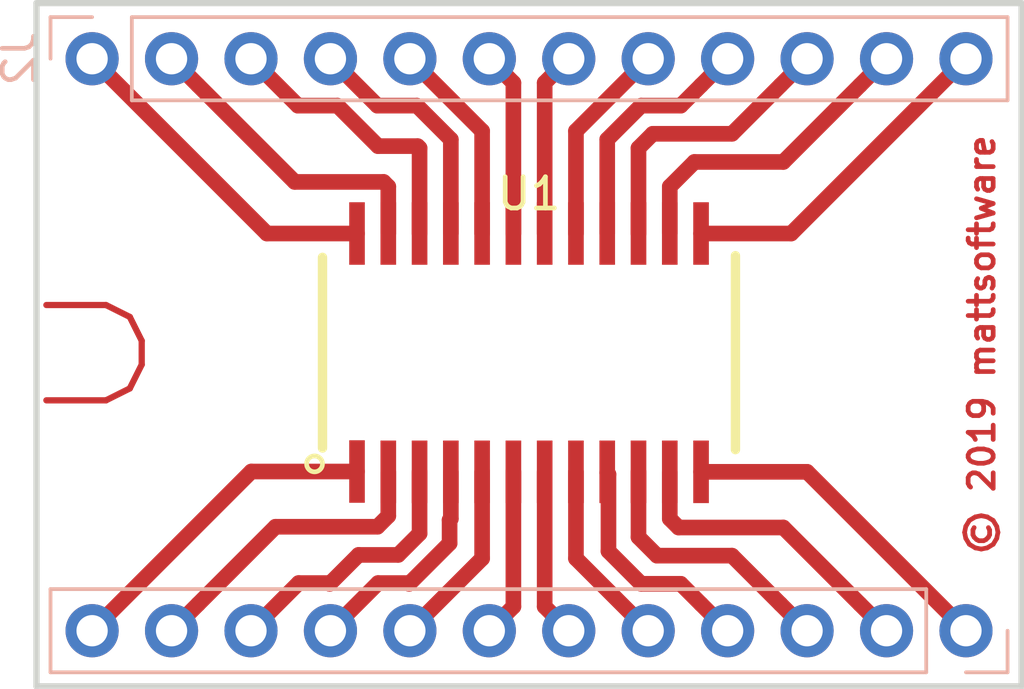
<source format=kicad_pcb>
(kicad_pcb (version 20171130) (host pcbnew "(5.0.1-3-g963ef8bb5)")

  (general
    (thickness 1.6)
    (drawings 6)
    (tracks 90)
    (zones 0)
    (modules 3)
    (nets 25)
  )

  (page A4)
  (title_block
    (title "MBI5024 Adapter")
    (date 2018-12-31)
    (rev v01)
    (company mattsoftware)
    (comment 2 creativecommons.org/licenses/by/4.0/)
    (comment 3 "License: CC BY 4.0")
    (comment 4 "Author: Matt Paine")
  )

  (layers
    (0 F.Cu signal)
    (31 B.Cu signal hide)
    (32 B.Adhes user hide)
    (33 F.Adhes user)
    (34 B.Paste user hide)
    (35 F.Paste user)
    (36 B.SilkS user hide)
    (37 F.SilkS user)
    (38 B.Mask user hide)
    (39 F.Mask user)
    (40 Dwgs.User user hide)
    (41 Cmts.User user hide)
    (42 Eco1.User user hide)
    (43 Eco2.User user hide)
    (44 Edge.Cuts user)
    (45 Margin user hide)
    (46 B.CrtYd user hide)
    (47 F.CrtYd user)
    (48 B.Fab user hide)
    (49 F.Fab user hide)
  )

  (setup
    (last_trace_width 0.5)
    (trace_clearance 0.4)
    (zone_clearance 0.508)
    (zone_45_only no)
    (trace_min 0.2)
    (segment_width 0.2)
    (edge_width 0.2)
    (via_size 0.8)
    (via_drill 0.4)
    (via_min_size 0.4)
    (via_min_drill 0.3)
    (uvia_size 0.3)
    (uvia_drill 0.1)
    (uvias_allowed no)
    (uvia_min_size 0.2)
    (uvia_min_drill 0.1)
    (pcb_text_width 0.3)
    (pcb_text_size 1.5 1.5)
    (mod_edge_width 0.15)
    (mod_text_size 1 1)
    (mod_text_width 0.15)
    (pad_size 1.7 1.7)
    (pad_drill 1)
    (pad_to_mask_clearance 0.051)
    (solder_mask_min_width 0.25)
    (aux_axis_origin 0 0)
    (visible_elements FFFFFF7F)
    (pcbplotparams
      (layerselection 0x010fc_ffffffff)
      (usegerberextensions false)
      (usegerberattributes false)
      (usegerberadvancedattributes false)
      (creategerberjobfile false)
      (excludeedgelayer true)
      (linewidth 0.100000)
      (plotframeref false)
      (viasonmask false)
      (mode 1)
      (useauxorigin false)
      (hpglpennumber 1)
      (hpglpenspeed 20)
      (hpglpendiameter 15.000000)
      (psnegative false)
      (psa4output false)
      (plotreference true)
      (plotvalue true)
      (plotinvisibletext false)
      (padsonsilk false)
      (subtractmaskfromsilk false)
      (outputformat 1)
      (mirror false)
      (drillshape 1)
      (scaleselection 1)
      (outputdirectory "Exports/"))
  )

  (net 0 "")
  (net 1 "Net-(J1-Pad1)")
  (net 2 "Net-(J1-Pad2)")
  (net 3 "Net-(J1-Pad3)")
  (net 4 "Net-(J1-Pad4)")
  (net 5 "Net-(J1-Pad5)")
  (net 6 "Net-(J1-Pad6)")
  (net 7 "Net-(J1-Pad7)")
  (net 8 "Net-(J1-Pad8)")
  (net 9 "Net-(J1-Pad9)")
  (net 10 "Net-(J1-Pad10)")
  (net 11 "Net-(J1-Pad11)")
  (net 12 "Net-(J1-Pad12)")
  (net 13 "Net-(J2-Pad12)")
  (net 14 "Net-(J2-Pad11)")
  (net 15 "Net-(J2-Pad10)")
  (net 16 "Net-(J2-Pad9)")
  (net 17 "Net-(J2-Pad8)")
  (net 18 "Net-(J2-Pad7)")
  (net 19 "Net-(J2-Pad6)")
  (net 20 "Net-(J2-Pad5)")
  (net 21 "Net-(J2-Pad4)")
  (net 22 "Net-(J2-Pad3)")
  (net 23 "Net-(J2-Pad2)")
  (net 24 "Net-(J2-Pad1)")

  (net_class Default "This is the default net class."
    (clearance 0.4)
    (trace_width 0.5)
    (via_dia 0.8)
    (via_drill 0.4)
    (uvia_dia 0.3)
    (uvia_drill 0.1)
    (add_net "Net-(J1-Pad1)")
    (add_net "Net-(J1-Pad10)")
    (add_net "Net-(J1-Pad11)")
    (add_net "Net-(J1-Pad12)")
    (add_net "Net-(J1-Pad2)")
    (add_net "Net-(J1-Pad3)")
    (add_net "Net-(J1-Pad4)")
    (add_net "Net-(J1-Pad5)")
    (add_net "Net-(J1-Pad6)")
    (add_net "Net-(J1-Pad7)")
    (add_net "Net-(J1-Pad8)")
    (add_net "Net-(J1-Pad9)")
    (add_net "Net-(J2-Pad1)")
    (add_net "Net-(J2-Pad10)")
    (add_net "Net-(J2-Pad11)")
    (add_net "Net-(J2-Pad12)")
    (add_net "Net-(J2-Pad2)")
    (add_net "Net-(J2-Pad3)")
    (add_net "Net-(J2-Pad4)")
    (add_net "Net-(J2-Pad5)")
    (add_net "Net-(J2-Pad6)")
    (add_net "Net-(J2-Pad7)")
    (add_net "Net-(J2-Pad8)")
    (add_net "Net-(J2-Pad9)")
  )

  (module Connector_PinHeader_2.54mm:PinHeader_1x12_P2.54mm_Vertical (layer B.Cu) (tedit 5C29C928) (tstamp 5C3FD58E)
    (at 151.13 101.6 90)
    (descr "Through hole straight pin header, 1x12, 2.54mm pitch, single row")
    (tags "Through hole pin header THT 1x12 2.54mm single row")
    (path /5C29369A)
    (fp_text reference J1 (at 0 2.33 90) (layer B.SilkS)
      (effects (font (size 1 1) (thickness 0.15)) (justify mirror))
    )
    (fp_text value Conn_01x12 (at 0 -30.27 90) (layer B.Fab)
      (effects (font (size 1 1) (thickness 0.15)) (justify mirror))
    )
    (fp_line (start -0.635 1.27) (end 1.27 1.27) (layer B.Fab) (width 0.1))
    (fp_line (start 1.27 1.27) (end 1.27 -29.21) (layer B.Fab) (width 0.1))
    (fp_line (start 1.27 -29.21) (end -1.27 -29.21) (layer B.Fab) (width 0.1))
    (fp_line (start -1.27 -29.21) (end -1.27 0.635) (layer B.Fab) (width 0.1))
    (fp_line (start -1.27 0.635) (end -0.635 1.27) (layer B.Fab) (width 0.1))
    (fp_line (start -1.33 -29.27) (end 1.33 -29.27) (layer B.SilkS) (width 0.12))
    (fp_line (start -1.33 -1.27) (end -1.33 -29.27) (layer B.SilkS) (width 0.12))
    (fp_line (start 1.33 -1.27) (end 1.33 -29.27) (layer B.SilkS) (width 0.12))
    (fp_line (start -1.33 -1.27) (end 1.33 -1.27) (layer B.SilkS) (width 0.12))
    (fp_line (start -1.33 0) (end -1.33 1.33) (layer B.SilkS) (width 0.12))
    (fp_line (start -1.33 1.33) (end 0 1.33) (layer B.SilkS) (width 0.12))
    (fp_line (start -1.8 1.8) (end -1.8 -29.75) (layer B.CrtYd) (width 0.05))
    (fp_line (start -1.8 -29.75) (end 1.8 -29.75) (layer B.CrtYd) (width 0.05))
    (fp_line (start 1.8 -29.75) (end 1.8 1.8) (layer B.CrtYd) (width 0.05))
    (fp_line (start 1.8 1.8) (end -1.8 1.8) (layer B.CrtYd) (width 0.05))
    (fp_text user %R (at 0 -13.97) (layer B.Fab)
      (effects (font (size 1 1) (thickness 0.15)) (justify mirror))
    )
    (pad 1 thru_hole circle (at 0 0 90) (size 1.7 1.7) (drill 1) (layers *.Cu *.Mask)
      (net 1 "Net-(J1-Pad1)"))
    (pad 2 thru_hole oval (at 0 -2.54 90) (size 1.7 1.7) (drill 1) (layers *.Cu *.Mask)
      (net 2 "Net-(J1-Pad2)"))
    (pad 3 thru_hole oval (at 0 -5.08 90) (size 1.7 1.7) (drill 1) (layers *.Cu *.Mask)
      (net 3 "Net-(J1-Pad3)"))
    (pad 4 thru_hole oval (at 0 -7.62 90) (size 1.7 1.7) (drill 1) (layers *.Cu *.Mask)
      (net 4 "Net-(J1-Pad4)"))
    (pad 5 thru_hole oval (at 0 -10.16 90) (size 1.7 1.7) (drill 1) (layers *.Cu *.Mask)
      (net 5 "Net-(J1-Pad5)"))
    (pad 6 thru_hole oval (at 0 -12.7 90) (size 1.7 1.7) (drill 1) (layers *.Cu *.Mask)
      (net 6 "Net-(J1-Pad6)"))
    (pad 7 thru_hole oval (at 0 -15.24 90) (size 1.7 1.7) (drill 1) (layers *.Cu *.Mask)
      (net 7 "Net-(J1-Pad7)"))
    (pad 8 thru_hole oval (at 0 -17.78 90) (size 1.7 1.7) (drill 1) (layers *.Cu *.Mask)
      (net 8 "Net-(J1-Pad8)"))
    (pad 9 thru_hole oval (at 0 -20.32 90) (size 1.7 1.7) (drill 1) (layers *.Cu *.Mask)
      (net 9 "Net-(J1-Pad9)"))
    (pad 10 thru_hole oval (at 0 -22.86 90) (size 1.7 1.7) (drill 1) (layers *.Cu *.Mask)
      (net 10 "Net-(J1-Pad10)"))
    (pad 11 thru_hole oval (at 0 -25.4 90) (size 1.7 1.7) (drill 1) (layers *.Cu *.Mask)
      (net 11 "Net-(J1-Pad11)"))
    (pad 12 thru_hole oval (at 0 -27.94 90) (size 1.7 1.7) (drill 1) (layers *.Cu *.Mask)
      (net 12 "Net-(J1-Pad12)"))
    (model ${KISYS3DMOD}/Connector_PinHeader_2.54mm.3dshapes/PinHeader_1x12_P2.54mm_Vertical.wrl
      (at (xyz 0 0 0))
      (scale (xyz 1 1 1))
      (rotate (xyz 0 0 0))
    )
  )

  (module Connector_PinHeader_2.54mm:PinHeader_1x12_P2.54mm_Vertical (layer B.Cu) (tedit 5C29C938) (tstamp 5C3FD5AD)
    (at 123.19 83.312 270)
    (descr "Through hole straight pin header, 1x12, 2.54mm pitch, single row")
    (tags "Through hole pin header THT 1x12 2.54mm single row")
    (path /5C2936F4)
    (fp_text reference J2 (at 0 2.33 270) (layer B.SilkS)
      (effects (font (size 1 1) (thickness 0.15)) (justify mirror))
    )
    (fp_text value Conn_01x12 (at 0 -30.27 270) (layer B.Fab)
      (effects (font (size 1 1) (thickness 0.15)) (justify mirror))
    )
    (fp_text user %R (at 0 -13.97 180) (layer B.Fab)
      (effects (font (size 1 1) (thickness 0.15)) (justify mirror))
    )
    (fp_line (start 1.8 1.8) (end -1.8 1.8) (layer B.CrtYd) (width 0.05))
    (fp_line (start 1.8 -29.75) (end 1.8 1.8) (layer B.CrtYd) (width 0.05))
    (fp_line (start -1.8 -29.75) (end 1.8 -29.75) (layer B.CrtYd) (width 0.05))
    (fp_line (start -1.8 1.8) (end -1.8 -29.75) (layer B.CrtYd) (width 0.05))
    (fp_line (start -1.33 1.33) (end 0 1.33) (layer B.SilkS) (width 0.12))
    (fp_line (start -1.33 0) (end -1.33 1.33) (layer B.SilkS) (width 0.12))
    (fp_line (start -1.33 -1.27) (end 1.33 -1.27) (layer B.SilkS) (width 0.12))
    (fp_line (start 1.33 -1.27) (end 1.33 -29.27) (layer B.SilkS) (width 0.12))
    (fp_line (start -1.33 -1.27) (end -1.33 -29.27) (layer B.SilkS) (width 0.12))
    (fp_line (start -1.33 -29.27) (end 1.33 -29.27) (layer B.SilkS) (width 0.12))
    (fp_line (start -1.27 0.635) (end -0.635 1.27) (layer B.Fab) (width 0.1))
    (fp_line (start -1.27 -29.21) (end -1.27 0.635) (layer B.Fab) (width 0.1))
    (fp_line (start 1.27 -29.21) (end -1.27 -29.21) (layer B.Fab) (width 0.1))
    (fp_line (start 1.27 1.27) (end 1.27 -29.21) (layer B.Fab) (width 0.1))
    (fp_line (start -0.635 1.27) (end 1.27 1.27) (layer B.Fab) (width 0.1))
    (pad 12 thru_hole oval (at 0 -27.94 270) (size 1.7 1.7) (drill 1) (layers *.Cu *.Mask)
      (net 13 "Net-(J2-Pad12)"))
    (pad 11 thru_hole oval (at 0 -25.4 270) (size 1.7 1.7) (drill 1) (layers *.Cu *.Mask)
      (net 14 "Net-(J2-Pad11)"))
    (pad 10 thru_hole oval (at 0 -22.86 270) (size 1.7 1.7) (drill 1) (layers *.Cu *.Mask)
      (net 15 "Net-(J2-Pad10)"))
    (pad 9 thru_hole oval (at 0 -20.32 270) (size 1.7 1.7) (drill 1) (layers *.Cu *.Mask)
      (net 16 "Net-(J2-Pad9)"))
    (pad 8 thru_hole oval (at 0 -17.78 270) (size 1.7 1.7) (drill 1) (layers *.Cu *.Mask)
      (net 17 "Net-(J2-Pad8)"))
    (pad 7 thru_hole oval (at 0 -15.24 270) (size 1.7 1.7) (drill 1) (layers *.Cu *.Mask)
      (net 18 "Net-(J2-Pad7)"))
    (pad 6 thru_hole oval (at 0 -12.7 270) (size 1.7 1.7) (drill 1) (layers *.Cu *.Mask)
      (net 19 "Net-(J2-Pad6)"))
    (pad 5 thru_hole oval (at 0 -10.16 270) (size 1.7 1.7) (drill 1) (layers *.Cu *.Mask)
      (net 20 "Net-(J2-Pad5)"))
    (pad 4 thru_hole oval (at 0 -7.62 270) (size 1.7 1.7) (drill 1) (layers *.Cu *.Mask)
      (net 21 "Net-(J2-Pad4)"))
    (pad 3 thru_hole oval (at 0 -5.08 270) (size 1.7 1.7) (drill 1) (layers *.Cu *.Mask)
      (net 22 "Net-(J2-Pad3)"))
    (pad 2 thru_hole oval (at 0 -2.54 270) (size 1.7 1.7) (drill 1) (layers *.Cu *.Mask)
      (net 23 "Net-(J2-Pad2)"))
    (pad 1 thru_hole circle (at 0 0 270) (size 1.7 1.7) (drill 1) (layers *.Cu *.Mask)
      (net 24 "Net-(J2-Pad1)"))
    (model ${KISYS3DMOD}/Connector_PinHeader_2.54mm.3dshapes/PinHeader_1x12_P2.54mm_Vertical.wrl
      (at (xyz 0 0 0))
      (scale (xyz 1 1 1))
      (rotate (xyz 0 0 0))
    )
  )

  (module MBI5024_Footprint_Library:SSOP-24-1mm (layer F.Cu) (tedit 5C2AC058) (tstamp 5C2AC389)
    (at 137.16 92.71)
    (path /5C293359)
    (fp_text reference U1 (at 0 -5.08) (layer F.SilkS)
      (effects (font (size 1 1) (thickness 0.15)))
    )
    (fp_text value MBI5024 (at 0.254 5.334) (layer F.Fab)
      (effects (font (size 1 1) (thickness 0.15)))
    )
    (fp_line (start 6.6 3.1) (end 6.6 -3.1) (layer F.Fab) (width 0.15))
    (fp_line (start -6.6 3.1) (end -6.6 -3.1) (layer F.Fab) (width 0.15))
    (fp_line (start -6.6 -3.1) (end 6.6 -3.1) (layer F.Fab) (width 0.15))
    (fp_line (start -6.6 3.1) (end 6.6 3.1) (layer F.Fab) (width 0.15))
    (fp_circle (center -5.588 2.032) (end -5.08 2.032) (layer F.Fab) (width 0.15))
    (fp_line (start -6.604 3.048) (end -6.604 -3.048) (layer F.SilkS) (width 0.3))
    (fp_line (start 6.6 3.1) (end 6.6 -3.1) (layer F.SilkS) (width 0.3))
    (fp_circle (center -6.858 3.556) (end -6.858 3.302) (layer F.SilkS) (width 0.15))
    (pad 1 smd rect (at -5.5 3.8) (size 0.5 2) (layers F.Cu F.Paste F.Mask)
      (net 12 "Net-(J1-Pad12)"))
    (pad 2 smd rect (at -4.5 3.81) (size 0.5 2) (layers F.Cu F.Paste F.Mask)
      (net 11 "Net-(J1-Pad11)"))
    (pad 3 smd rect (at -3.5 3.81) (size 0.5 2) (layers F.Cu F.Paste F.Mask)
      (net 10 "Net-(J1-Pad10)"))
    (pad 4 smd rect (at -2.5 3.81) (size 0.5 2) (layers F.Cu F.Paste F.Mask)
      (net 9 "Net-(J1-Pad9)"))
    (pad 5 smd rect (at -1.5 3.81) (size 0.5 2) (layers F.Cu F.Paste F.Mask)
      (net 8 "Net-(J1-Pad8)"))
    (pad 6 smd rect (at -0.5 3.81) (size 0.5 2) (layers F.Cu F.Paste F.Mask)
      (net 7 "Net-(J1-Pad7)"))
    (pad 7 smd rect (at 0.5 3.81) (size 0.5 2) (layers F.Cu F.Paste F.Mask)
      (net 6 "Net-(J1-Pad6)"))
    (pad 8 smd rect (at 1.5 3.81) (size 0.5 2) (layers F.Cu F.Paste F.Mask)
      (net 5 "Net-(J1-Pad5)"))
    (pad 9 smd rect (at 2.5 3.81) (size 0.5 2) (layers F.Cu F.Paste F.Mask)
      (net 4 "Net-(J1-Pad4)"))
    (pad 10 smd rect (at 3.5 3.81) (size 0.5 2) (layers F.Cu F.Paste F.Mask)
      (net 3 "Net-(J1-Pad3)"))
    (pad 11 smd rect (at 4.5 3.81) (size 0.5 2) (layers F.Cu F.Paste F.Mask)
      (net 2 "Net-(J1-Pad2)"))
    (pad 12 smd rect (at 5.5 3.81) (size 0.5 2) (layers F.Cu F.Paste F.Mask)
      (net 1 "Net-(J1-Pad1)"))
    (pad 13 smd rect (at 5.5 -3.81) (size 0.5 2) (layers F.Cu F.Paste F.Mask)
      (net 13 "Net-(J2-Pad12)"))
    (pad 14 smd rect (at 4.5 -3.81) (size 0.5 2) (layers F.Cu F.Paste F.Mask)
      (net 14 "Net-(J2-Pad11)"))
    (pad 15 smd rect (at 3.5 -3.81) (size 0.5 2) (layers F.Cu F.Paste F.Mask)
      (net 15 "Net-(J2-Pad10)"))
    (pad 16 smd rect (at 2.5 -3.81) (size 0.5 2) (layers F.Cu F.Paste F.Mask)
      (net 16 "Net-(J2-Pad9)"))
    (pad 17 smd rect (at 1.5 -3.81) (size 0.5 2) (layers F.Cu F.Paste F.Mask)
      (net 17 "Net-(J2-Pad8)"))
    (pad 18 smd rect (at 0.5 -3.81) (size 0.5 2) (layers F.Cu F.Paste F.Mask)
      (net 18 "Net-(J2-Pad7)"))
    (pad 19 smd rect (at -0.5 -3.81) (size 0.5 2) (layers F.Cu F.Paste F.Mask)
      (net 19 "Net-(J2-Pad6)"))
    (pad 20 smd rect (at -1.5 -3.81) (size 0.5 2) (layers F.Cu F.Paste F.Mask)
      (net 20 "Net-(J2-Pad5)"))
    (pad 21 smd rect (at -2.5 -3.81) (size 0.5 2) (layers F.Cu F.Paste F.Mask)
      (net 21 "Net-(J2-Pad4)"))
    (pad 22 smd rect (at -3.5 -3.81) (size 0.5 2) (layers F.Cu F.Paste F.Mask)
      (net 22 "Net-(J2-Pad3)"))
    (pad 23 smd rect (at -4.5 -3.81) (size 0.5 2) (layers F.Cu F.Paste F.Mask)
      (net 23 "Net-(J2-Pad2)"))
    (pad 24 smd rect (at -5.5 -3.81) (size 0.5 2) (layers F.Cu F.Paste F.Mask)
      (net 24 "Net-(J2-Pad1)"))
    (model ${KIPRJMOD}/library/3d/MBI5024.wrl
      (at (xyz 0 0 0))
      (scale (xyz 0.3937 0.3937 0.3937))
      (rotate (xyz 0 0 0))
    )
  )

  (gr_text ∪ (at 122.936 92.71 90) (layer F.Cu) (tstamp 5C4C0220)
    (effects (font (size 4 4) (thickness 0.2)))
  )
  (gr_text "© 2019 mattsoftware" (at 151.638 92.456 90) (layer F.Cu)
    (effects (font (size 0.8 0.8) (thickness 0.15)))
  )
  (gr_line (start 121.412 81.534) (end 152.908 81.534) (layer Edge.Cuts) (width 0.2))
  (gr_line (start 121.412 103.378) (end 121.412 81.534) (layer Edge.Cuts) (width 0.2))
  (gr_line (start 152.908 103.378) (end 121.412 103.378) (layer Edge.Cuts) (width 0.2))
  (gr_line (start 152.908 81.534) (end 152.908 103.378) (layer Edge.Cuts) (width 0.2))

  (segment (start 146.05 96.52) (end 151.13 101.6) (width 0.5) (layer F.Cu) (net 1))
  (segment (start 142.66 96.52) (end 146.05 96.52) (width 0.5) (layer F.Cu) (net 1))
  (segment (start 141.939979 98.299979) (end 145.289979 98.299979) (width 0.5) (layer F.Cu) (net 2))
  (segment (start 147.740001 100.750001) (end 148.59 101.6) (width 0.5) (layer F.Cu) (net 2))
  (segment (start 145.289979 98.299979) (end 147.740001 100.750001) (width 0.5) (layer F.Cu) (net 2))
  (segment (start 141.66 98.02) (end 141.939979 98.299979) (width 0.5) (layer F.Cu) (net 2))
  (segment (start 141.66 96.52) (end 141.66 98.02) (width 0.5) (layer F.Cu) (net 2))
  (segment (start 145.200001 100.750001) (end 146.05 101.6) (width 0.5) (layer F.Cu) (net 3))
  (segment (start 141.251989 99.199989) (end 143.649989 99.199989) (width 0.5) (layer F.Cu) (net 3))
  (segment (start 140.66 98.608) (end 141.251989 99.199989) (width 0.5) (layer F.Cu) (net 3))
  (segment (start 143.649989 99.199989) (end 145.200001 100.750001) (width 0.5) (layer F.Cu) (net 3))
  (segment (start 140.66 96.52) (end 140.66 98.608) (width 0.5) (layer F.Cu) (net 3))
  (segment (start 139.7 96.6) (end 139.7 99.057194) (width 0.5) (layer F.Cu) (net 4))
  (segment (start 139.66 96.56) (end 139.7 96.6) (width 0.5) (layer F.Cu) (net 4))
  (segment (start 139.66 96.52) (end 139.66 96.56) (width 0.5) (layer F.Cu) (net 4))
  (segment (start 142.660001 100.750001) (end 143.51 101.6) (width 0.5) (layer F.Cu) (net 4))
  (segment (start 142.009999 100.099999) (end 142.660001 100.750001) (width 0.5) (layer F.Cu) (net 4))
  (segment (start 140.742805 100.099999) (end 142.009999 100.099999) (width 0.5) (layer F.Cu) (net 4))
  (segment (start 139.7 99.057194) (end 140.742805 100.099999) (width 0.5) (layer F.Cu) (net 4))
  (segment (start 138.66 99.29) (end 140.97 101.6) (width 0.5) (layer F.Cu) (net 5))
  (segment (start 138.66 96.52) (end 138.66 99.29) (width 0.5) (layer F.Cu) (net 5))
  (segment (start 137.66 100.83) (end 138.43 101.6) (width 0.5) (layer F.Cu) (net 6))
  (segment (start 137.66 96.52) (end 137.66 100.83) (width 0.5) (layer F.Cu) (net 6))
  (segment (start 136.66 100.83) (end 135.89 101.6) (width 0.5) (layer F.Cu) (net 7))
  (segment (start 136.66 96.52) (end 136.66 100.83) (width 0.5) (layer F.Cu) (net 7))
  (segment (start 135.66 99.29) (end 133.35 101.6) (width 0.5) (layer F.Cu) (net 8))
  (segment (start 135.66 96.52) (end 135.66 99.29) (width 0.5) (layer F.Cu) (net 8))
  (segment (start 134.66 98.02) (end 134.62 98.06) (width 0.5) (layer F.Cu) (net 9))
  (segment (start 134.66 96.52) (end 134.66 98.02) (width 0.5) (layer F.Cu) (net 9))
  (segment (start 134.62 98.06) (end 134.62 98.806) (width 0.5) (layer F.Cu) (net 9))
  (segment (start 134.62 98.806) (end 133.326001 100.099999) (width 0.5) (layer F.Cu) (net 9))
  (segment (start 133.326001 100.099999) (end 133.302002 100.076) (width 0.5) (layer F.Cu) (net 9))
  (segment (start 132.334 100.076) (end 130.81 101.6) (width 0.5) (layer F.Cu) (net 9))
  (segment (start 133.302002 100.076) (end 132.334 100.076) (width 0.5) (layer F.Cu) (net 9))
  (segment (start 133.66 96.52) (end 133.66 98.493194) (width 0.5) (layer F.Cu) (net 10))
  (segment (start 132.977204 99.17599) (end 131.71001 99.17599) (width 0.5) (layer F.Cu) (net 10))
  (segment (start 133.66 98.493194) (end 132.977204 99.17599) (width 0.5) (layer F.Cu) (net 10))
  (segment (start 131.71001 99.17599) (end 130.786001 100.099999) (width 0.5) (layer F.Cu) (net 10))
  (segment (start 130.786001 100.099999) (end 130.762002 100.076) (width 0.5) (layer F.Cu) (net 10))
  (segment (start 129.794 100.076) (end 128.27 101.6) (width 0.5) (layer F.Cu) (net 10))
  (segment (start 130.762002 100.076) (end 129.794 100.076) (width 0.5) (layer F.Cu) (net 10))
  (segment (start 129.05402 98.27598) (end 126.579999 100.750001) (width 0.5) (layer F.Cu) (net 11))
  (segment (start 132.314022 98.27598) (end 129.05402 98.27598) (width 0.5) (layer F.Cu) (net 11))
  (segment (start 132.66 97.930002) (end 132.314022 98.27598) (width 0.5) (layer F.Cu) (net 11))
  (segment (start 126.579999 100.750001) (end 125.73 101.6) (width 0.5) (layer F.Cu) (net 11))
  (segment (start 132.66 96.52) (end 132.66 97.930002) (width 0.5) (layer F.Cu) (net 11))
  (segment (start 128.28 96.51) (end 123.19 101.6) (width 0.5) (layer F.Cu) (net 12))
  (segment (start 131.66 96.51) (end 128.28 96.51) (width 0.5) (layer F.Cu) (net 12))
  (segment (start 145.542 88.9) (end 151.13 83.312) (width 0.5) (layer F.Cu) (net 13))
  (segment (start 142.66 88.9) (end 145.542 88.9) (width 0.5) (layer F.Cu) (net 13))
  (segment (start 145.289981 86.612019) (end 147.740001 84.161999) (width 0.5) (layer F.Cu) (net 14))
  (segment (start 142.447981 86.612019) (end 145.289981 86.612019) (width 0.5) (layer F.Cu) (net 14))
  (segment (start 147.740001 84.161999) (end 148.59 83.312) (width 0.5) (layer F.Cu) (net 14))
  (segment (start 141.66 87.4) (end 142.447981 86.612019) (width 0.5) (layer F.Cu) (net 14))
  (segment (start 141.66 88.9) (end 141.66 87.4) (width 0.5) (layer F.Cu) (net 14))
  (segment (start 143.649989 85.712011) (end 145.200001 84.161999) (width 0.5) (layer F.Cu) (net 15))
  (segment (start 141.115601 85.712011) (end 143.649989 85.712011) (width 0.5) (layer F.Cu) (net 15))
  (segment (start 145.200001 84.161999) (end 146.05 83.312) (width 0.5) (layer F.Cu) (net 15))
  (segment (start 140.66 86.167612) (end 141.115601 85.712011) (width 0.5) (layer F.Cu) (net 15))
  (segment (start 140.66 88.9) (end 140.66 86.167612) (width 0.5) (layer F.Cu) (net 15))
  (segment (start 139.66 88.9) (end 139.66 85.894806) (width 0.5) (layer F.Cu) (net 16))
  (segment (start 142.660001 84.161999) (end 143.51 83.312) (width 0.5) (layer F.Cu) (net 16))
  (segment (start 140.742805 84.812001) (end 142.009999 84.812001) (width 0.5) (layer F.Cu) (net 16))
  (segment (start 142.009999 84.812001) (end 142.660001 84.161999) (width 0.5) (layer F.Cu) (net 16))
  (segment (start 139.66 85.894806) (end 140.742805 84.812001) (width 0.5) (layer F.Cu) (net 16))
  (segment (start 138.66 85.622) (end 140.97 83.312) (width 0.5) (layer F.Cu) (net 17))
  (segment (start 138.66 88.9) (end 138.66 85.622) (width 0.5) (layer F.Cu) (net 17))
  (segment (start 137.66 84.082) (end 138.43 83.312) (width 0.5) (layer F.Cu) (net 18))
  (segment (start 137.66 88.9) (end 137.66 84.082) (width 0.5) (layer F.Cu) (net 18))
  (segment (start 136.66 84.082) (end 135.89 83.312) (width 0.5) (layer F.Cu) (net 19))
  (segment (start 136.66 88.9) (end 136.66 84.082) (width 0.5) (layer F.Cu) (net 19))
  (segment (start 135.66 85.622) (end 133.35 83.312) (width 0.5) (layer F.Cu) (net 20))
  (segment (start 135.66 88.9) (end 135.66 85.622) (width 0.5) (layer F.Cu) (net 20))
  (segment (start 130.81 83.312) (end 132.310001 84.812001) (width 0.5) (layer F.Cu) (net 21))
  (segment (start 132.310001 84.812001) (end 133.577195 84.812001) (width 0.5) (layer F.Cu) (net 21))
  (segment (start 134.66 85.894806) (end 134.66 88.9) (width 0.5) (layer F.Cu) (net 21))
  (segment (start 133.577195 84.812001) (end 134.66 85.894806) (width 0.5) (layer F.Cu) (net 21))
  (segment (start 128.27 83.312) (end 129.770001 84.812001) (width 0.5) (layer F.Cu) (net 22))
  (segment (start 131.037195 84.812001) (end 132.331194 86.106) (width 0.5) (layer F.Cu) (net 22))
  (segment (start 129.770001 84.812001) (end 131.037195 84.812001) (width 0.5) (layer F.Cu) (net 22))
  (segment (start 132.331194 86.106) (end 133.598388 86.106) (width 0.5) (layer F.Cu) (net 22))
  (segment (start 133.66 86.167612) (end 133.66 88.9) (width 0.5) (layer F.Cu) (net 22))
  (segment (start 133.598388 86.106) (end 133.66 86.167612) (width 0.5) (layer F.Cu) (net 22))
  (segment (start 129.667999 87.249999) (end 126.579999 84.161999) (width 0.5) (layer F.Cu) (net 23))
  (segment (start 126.579999 84.161999) (end 125.73 83.312) (width 0.5) (layer F.Cu) (net 23))
  (segment (start 132.509999 87.249999) (end 129.667999 87.249999) (width 0.5) (layer F.Cu) (net 23))
  (segment (start 132.66 87.4) (end 132.509999 87.249999) (width 0.5) (layer F.Cu) (net 23))
  (segment (start 132.66 88.9) (end 132.66 87.4) (width 0.5) (layer F.Cu) (net 23))
  (segment (start 128.778 88.9) (end 123.19 83.312) (width 0.5) (layer F.Cu) (net 24))
  (segment (start 131.66 88.9) (end 128.778 88.9) (width 0.5) (layer F.Cu) (net 24))

)

</source>
